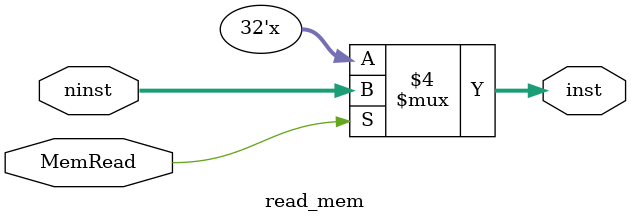
<source format=v>
`timescale 1ns / 1ps
module read_mem(input wire MemRead,
					input wire [31:0]ninst,
					output reg [31:0]inst
    );
always@*begin
	if(MemRead==1)begin
		inst[31:0]=ninst[31:0];
	end
end
endmodule

</source>
